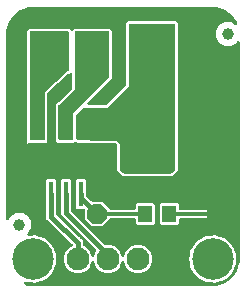
<source format=gbr>
G04 EAGLE Gerber RS-274X export*
G75*
%MOMM*%
%FSLAX34Y34*%
%LPD*%
%INTop Copper*%
%IPPOS*%
%AMOC8*
5,1,8,0,0,1.08239X$1,22.5*%
G01*
%ADD10R,4.900000X2.950000*%
%ADD11C,0.908000*%
%ADD12R,0.450000X2.150000*%
%ADD13R,1.500000X1.240000*%
%ADD14R,3.556000X1.400000*%
%ADD15C,0.304800*%
%ADD16P,1.814519X8X202.500000*%
%ADD17R,1.200000X1.400000*%
%ADD18C,2.184400*%
%ADD19C,1.000000*%
%ADD20C,3.516000*%
%ADD21C,1.930400*%
%ADD22C,0.906400*%
%ADD23C,0.406400*%
%ADD24C,1.006400*%
%ADD25C,1.270000*%

G36*
X177822Y2543D02*
X177822Y2543D01*
X177900Y2545D01*
X181277Y2810D01*
X181345Y2824D01*
X181414Y2829D01*
X181570Y2869D01*
X187994Y4956D01*
X188101Y5006D01*
X188212Y5050D01*
X188263Y5083D01*
X188282Y5091D01*
X188297Y5104D01*
X188348Y5136D01*
X193812Y9107D01*
X193899Y9188D01*
X193946Y9227D01*
X193952Y9231D01*
X193953Y9233D01*
X193991Y9264D01*
X194029Y9310D01*
X194044Y9324D01*
X194055Y9341D01*
X194093Y9387D01*
X195786Y11717D01*
X195799Y11741D01*
X195816Y11761D01*
X195875Y11879D01*
X195939Y11996D01*
X195946Y12022D01*
X195958Y12046D01*
X195985Y12174D01*
X195999Y12185D01*
X196023Y12196D01*
X196125Y12280D01*
X196231Y12361D01*
X196248Y12382D01*
X196268Y12399D01*
X196371Y12523D01*
X198064Y14852D01*
X198121Y14956D01*
X198185Y15056D01*
X198207Y15113D01*
X198217Y15131D01*
X198222Y15151D01*
X198244Y15206D01*
X200331Y21630D01*
X200344Y21698D01*
X200367Y21764D01*
X200390Y21923D01*
X200655Y25300D01*
X200655Y25304D01*
X200656Y25307D01*
X200655Y25326D01*
X200659Y25400D01*
X200659Y208758D01*
X200641Y208902D01*
X200626Y209048D01*
X200621Y209060D01*
X200619Y209074D01*
X200566Y209208D01*
X200515Y209346D01*
X200507Y209357D01*
X200502Y209369D01*
X200417Y209487D01*
X200334Y209607D01*
X200324Y209616D01*
X200316Y209627D01*
X200203Y209720D01*
X200093Y209815D01*
X200081Y209821D01*
X200071Y209829D01*
X199939Y209891D01*
X199808Y209956D01*
X199795Y209959D01*
X199783Y209965D01*
X199640Y209992D01*
X199497Y210023D01*
X199484Y210022D01*
X199471Y210025D01*
X199325Y210016D01*
X199180Y210010D01*
X199167Y210006D01*
X199153Y210005D01*
X199015Y209960D01*
X198875Y209918D01*
X198863Y209911D01*
X198851Y209907D01*
X198728Y209829D01*
X198603Y209754D01*
X198593Y209744D01*
X198582Y209737D01*
X198482Y209630D01*
X198380Y209527D01*
X198370Y209511D01*
X198364Y209505D01*
X198356Y209490D01*
X198291Y209393D01*
X197821Y208579D01*
X193180Y205899D01*
X187820Y205899D01*
X183179Y208579D01*
X180499Y213220D01*
X180499Y218580D01*
X183179Y223221D01*
X187820Y225901D01*
X193180Y225901D01*
X196627Y223910D01*
X196639Y223905D01*
X196650Y223897D01*
X196785Y223844D01*
X196920Y223787D01*
X196933Y223785D01*
X196946Y223780D01*
X197090Y223762D01*
X197235Y223741D01*
X197248Y223742D01*
X197261Y223740D01*
X197406Y223759D01*
X197551Y223774D01*
X197564Y223778D01*
X197577Y223780D01*
X197712Y223834D01*
X197849Y223885D01*
X197860Y223892D01*
X197872Y223897D01*
X197990Y223982D01*
X198111Y224066D01*
X198119Y224076D01*
X198130Y224084D01*
X198223Y224196D01*
X198318Y224307D01*
X198324Y224318D01*
X198333Y224329D01*
X198395Y224460D01*
X198460Y224591D01*
X198463Y224604D01*
X198468Y224616D01*
X198496Y224759D01*
X198526Y224902D01*
X198526Y224916D01*
X198528Y224928D01*
X198519Y225074D01*
X198513Y225220D01*
X198510Y225233D01*
X198509Y225246D01*
X198469Y225402D01*
X198244Y226094D01*
X198194Y226201D01*
X198150Y226312D01*
X198117Y226363D01*
X198109Y226382D01*
X198096Y226397D01*
X198064Y226448D01*
X194093Y231912D01*
X194012Y231999D01*
X193936Y232091D01*
X193890Y232129D01*
X193876Y232144D01*
X193858Y232155D01*
X193812Y232193D01*
X188348Y236164D01*
X188244Y236221D01*
X188144Y236285D01*
X188087Y236307D01*
X188069Y236317D01*
X188049Y236322D01*
X187994Y236344D01*
X181570Y238431D01*
X181502Y238444D01*
X181436Y238467D01*
X181277Y238490D01*
X177900Y238755D01*
X177878Y238754D01*
X177800Y238759D01*
X25400Y238759D01*
X25378Y238757D01*
X25300Y238755D01*
X21923Y238490D01*
X21855Y238476D01*
X21786Y238471D01*
X21630Y238431D01*
X15206Y236344D01*
X15099Y236294D01*
X14988Y236250D01*
X14937Y236217D01*
X14918Y236209D01*
X14903Y236196D01*
X14852Y236164D01*
X9388Y232193D01*
X9301Y232112D01*
X9209Y232036D01*
X9171Y231990D01*
X9156Y231976D01*
X9145Y231958D01*
X9107Y231912D01*
X5136Y226448D01*
X5079Y226344D01*
X5015Y226244D01*
X4993Y226187D01*
X4983Y226169D01*
X4978Y226149D01*
X4956Y226094D01*
X2869Y219670D01*
X2856Y219602D01*
X2833Y219536D01*
X2810Y219377D01*
X2545Y216000D01*
X2546Y215978D01*
X2541Y215900D01*
X2541Y59552D01*
X2559Y59408D01*
X2574Y59263D01*
X2579Y59250D01*
X2581Y59237D01*
X2634Y59101D01*
X2685Y58965D01*
X2693Y58954D01*
X2698Y58941D01*
X2783Y58823D01*
X2866Y58703D01*
X2876Y58695D01*
X2884Y58684D01*
X2997Y58591D01*
X3107Y58496D01*
X3119Y58489D01*
X3129Y58481D01*
X3261Y58419D01*
X3392Y58354D01*
X3405Y58351D01*
X3417Y58345D01*
X3559Y58318D01*
X3703Y58288D01*
X3716Y58288D01*
X3729Y58286D01*
X3874Y58295D01*
X4020Y58301D01*
X4033Y58304D01*
X4047Y58305D01*
X4185Y58350D01*
X4325Y58392D01*
X4337Y58399D01*
X4349Y58403D01*
X4472Y58481D01*
X4597Y58557D01*
X4607Y58566D01*
X4618Y58574D01*
X4718Y58680D01*
X4820Y58784D01*
X4830Y58799D01*
X4836Y58805D01*
X4844Y58820D01*
X4909Y58918D01*
X6649Y61931D01*
X11290Y64611D01*
X16650Y64611D01*
X21291Y61931D01*
X23971Y57290D01*
X23971Y51930D01*
X21264Y47242D01*
X21217Y47208D01*
X21208Y47197D01*
X21197Y47189D01*
X21107Y47075D01*
X21014Y46963D01*
X21008Y46950D01*
X21000Y46940D01*
X20940Y46806D01*
X20878Y46675D01*
X20876Y46662D01*
X20870Y46649D01*
X20846Y46504D01*
X20819Y46362D01*
X20820Y46349D01*
X20817Y46336D01*
X20829Y46190D01*
X20838Y46045D01*
X20843Y46032D01*
X20844Y46019D01*
X20892Y45881D01*
X20936Y45743D01*
X20944Y45731D01*
X20948Y45718D01*
X21028Y45597D01*
X21107Y45474D01*
X21117Y45465D01*
X21124Y45453D01*
X21232Y45356D01*
X21338Y45256D01*
X21350Y45249D01*
X21360Y45240D01*
X21490Y45173D01*
X21617Y45102D01*
X21630Y45099D01*
X21642Y45093D01*
X21784Y45059D01*
X21925Y45023D01*
X21943Y45022D01*
X21951Y45020D01*
X21968Y45020D01*
X22085Y45013D01*
X23543Y45013D01*
X23560Y45015D01*
X23676Y45020D01*
X27504Y45422D01*
X28573Y45075D01*
X28690Y45053D01*
X28805Y45023D01*
X28865Y45019D01*
X28885Y45015D01*
X28906Y45017D01*
X28965Y45013D01*
X29301Y45013D01*
X31209Y44223D01*
X31230Y44217D01*
X31303Y44188D01*
X35466Y42835D01*
X36078Y42285D01*
X36189Y42207D01*
X36297Y42126D01*
X36327Y42111D01*
X36339Y42103D01*
X36359Y42096D01*
X36441Y42055D01*
X36510Y42027D01*
X37805Y40732D01*
X37819Y40721D01*
X37853Y40686D01*
X41687Y37234D01*
X41900Y36756D01*
X41979Y36626D01*
X42250Y35971D01*
X42255Y35963D01*
X42263Y35941D01*
X45092Y29586D01*
X45092Y21214D01*
X42263Y14859D01*
X42260Y14849D01*
X42250Y14829D01*
X41994Y14211D01*
X41975Y14187D01*
X41970Y14179D01*
X41968Y14175D01*
X41963Y14164D01*
X41900Y14044D01*
X41687Y13566D01*
X37853Y10114D01*
X37841Y10100D01*
X37805Y10068D01*
X36510Y8773D01*
X36441Y8745D01*
X36324Y8678D01*
X36204Y8615D01*
X36177Y8594D01*
X36165Y8587D01*
X36149Y8572D01*
X36078Y8515D01*
X35466Y7965D01*
X31302Y6612D01*
X31283Y6603D01*
X31209Y6577D01*
X29301Y5787D01*
X28965Y5787D01*
X28847Y5772D01*
X28729Y5765D01*
X28670Y5750D01*
X28650Y5747D01*
X28631Y5740D01*
X28573Y5725D01*
X27504Y5378D01*
X23676Y5780D01*
X23658Y5780D01*
X23543Y5787D01*
X21499Y5787D01*
X20951Y6014D01*
X20853Y6041D01*
X20757Y6077D01*
X20665Y6092D01*
X20644Y6098D01*
X20631Y6098D01*
X20598Y6104D01*
X19416Y6228D01*
X19390Y6227D01*
X19364Y6232D01*
X19231Y6224D01*
X19098Y6221D01*
X19073Y6214D01*
X19046Y6212D01*
X18920Y6172D01*
X18792Y6136D01*
X18769Y6123D01*
X18744Y6114D01*
X18632Y6043D01*
X18517Y5977D01*
X18498Y5958D01*
X18475Y5944D01*
X18384Y5847D01*
X18289Y5754D01*
X18276Y5732D01*
X18257Y5712D01*
X18193Y5596D01*
X18125Y5483D01*
X18117Y5457D01*
X18104Y5434D01*
X18071Y5305D01*
X18032Y5178D01*
X18031Y5151D01*
X18025Y5126D01*
X18025Y4993D01*
X18019Y4860D01*
X18024Y4834D01*
X18024Y4808D01*
X18057Y4679D01*
X18085Y4549D01*
X18097Y4525D01*
X18103Y4500D01*
X18167Y4383D01*
X18226Y4264D01*
X18243Y4244D01*
X18256Y4221D01*
X18347Y4124D01*
X18433Y4023D01*
X18455Y4008D01*
X18474Y3989D01*
X18586Y3917D01*
X18694Y3842D01*
X18719Y3832D01*
X18742Y3818D01*
X18892Y3759D01*
X21630Y2869D01*
X21698Y2856D01*
X21764Y2833D01*
X21923Y2810D01*
X25300Y2545D01*
X25322Y2546D01*
X25400Y2541D01*
X177800Y2541D01*
X177822Y2543D01*
G37*
%LPC*%
G36*
X101502Y95757D02*
X101502Y95757D01*
X97027Y100232D01*
X97027Y121296D01*
X97015Y121394D01*
X97012Y121493D01*
X96995Y121552D01*
X96987Y121612D01*
X96951Y121704D01*
X96923Y121799D01*
X96893Y121851D01*
X96870Y121907D01*
X96812Y121987D01*
X96762Y122073D01*
X96696Y122148D01*
X96684Y122165D01*
X96674Y122173D01*
X96656Y122194D01*
X95524Y123326D01*
X95445Y123386D01*
X95373Y123454D01*
X95320Y123483D01*
X95272Y123520D01*
X95181Y123560D01*
X95095Y123608D01*
X95036Y123623D01*
X94981Y123647D01*
X94883Y123662D01*
X94787Y123687D01*
X94687Y123693D01*
X94666Y123697D01*
X94654Y123695D01*
X94626Y123697D01*
X63402Y123697D01*
X62492Y124607D01*
X62398Y124680D01*
X62309Y124758D01*
X62273Y124777D01*
X62241Y124802D01*
X62132Y124849D01*
X62026Y124903D01*
X61987Y124912D01*
X61949Y124928D01*
X61832Y124947D01*
X61716Y124973D01*
X61675Y124972D01*
X61635Y124978D01*
X61517Y124967D01*
X61398Y124963D01*
X61359Y124952D01*
X61319Y124948D01*
X61207Y124908D01*
X61092Y124875D01*
X61057Y124854D01*
X61019Y124840D01*
X60921Y124774D01*
X60818Y124713D01*
X60773Y124673D01*
X60756Y124662D01*
X60743Y124646D01*
X60697Y124607D01*
X59788Y123697D01*
X46892Y123697D01*
X44957Y125632D01*
X44957Y153172D01*
X44949Y153241D01*
X44950Y153310D01*
X44929Y153398D01*
X44917Y153488D01*
X44892Y153552D01*
X44888Y153568D01*
X44956Y154988D01*
X44955Y155005D01*
X44957Y155049D01*
X44957Y156401D01*
X45958Y157311D01*
X45969Y157324D01*
X46001Y157352D01*
X47011Y158362D01*
X47019Y158366D01*
X47104Y158400D01*
X47159Y158440D01*
X47220Y158472D01*
X47346Y158573D01*
X58512Y168723D01*
X58596Y168821D01*
X58684Y168915D01*
X58699Y168942D01*
X58718Y168965D01*
X58775Y169081D01*
X58838Y169194D01*
X58845Y169223D01*
X58859Y169251D01*
X58885Y169377D01*
X58917Y169502D01*
X58920Y169545D01*
X58923Y169562D01*
X58922Y169584D01*
X58927Y169663D01*
X58927Y182002D01*
X58910Y182140D01*
X58897Y182279D01*
X58890Y182298D01*
X58887Y182318D01*
X58836Y182447D01*
X58789Y182578D01*
X58778Y182595D01*
X58770Y182613D01*
X58689Y182726D01*
X58611Y182841D01*
X58595Y182854D01*
X58584Y182871D01*
X58476Y182960D01*
X58372Y183052D01*
X58354Y183061D01*
X58339Y183074D01*
X58213Y183133D01*
X58089Y183196D01*
X58069Y183201D01*
X58051Y183209D01*
X57914Y183235D01*
X57779Y183266D01*
X57758Y183265D01*
X57739Y183269D01*
X57600Y183260D01*
X57461Y183256D01*
X57441Y183250D01*
X57421Y183249D01*
X57289Y183206D01*
X57155Y183168D01*
X57138Y183157D01*
X57119Y183151D01*
X57001Y183077D01*
X56881Y183006D01*
X56860Y182988D01*
X56850Y182981D01*
X56836Y182966D01*
X56761Y182900D01*
X55906Y182045D01*
X55904Y182044D01*
X55812Y181998D01*
X55717Y181960D01*
X55671Y181927D01*
X55620Y181901D01*
X55492Y181803D01*
X38026Y166521D01*
X37933Y166415D01*
X37836Y166313D01*
X37827Y166296D01*
X37815Y166283D01*
X37750Y166157D01*
X37682Y166034D01*
X37678Y166016D01*
X37669Y166000D01*
X37638Y165862D01*
X37603Y165726D01*
X37601Y165701D01*
X37599Y165690D01*
X37599Y165670D01*
X37593Y165565D01*
X37593Y121822D01*
X35658Y119887D01*
X22762Y119887D01*
X20827Y121822D01*
X20827Y218538D01*
X22762Y220473D01*
X55978Y220473D01*
X57522Y218928D01*
X57617Y218855D01*
X57706Y218777D01*
X57742Y218758D01*
X57774Y218733D01*
X57883Y218686D01*
X57989Y218632D01*
X58028Y218623D01*
X58066Y218607D01*
X58183Y218588D01*
X58299Y218562D01*
X58340Y218563D01*
X58380Y218557D01*
X58498Y218568D01*
X58617Y218572D01*
X58656Y218583D01*
X58696Y218587D01*
X58809Y218627D01*
X58923Y218660D01*
X58957Y218681D01*
X58996Y218695D01*
X59094Y218761D01*
X59197Y218822D01*
X59242Y218862D01*
X59259Y218873D01*
X59272Y218888D01*
X59317Y218928D01*
X60862Y220473D01*
X90268Y220473D01*
X92203Y218538D01*
X92203Y180387D01*
X92204Y180379D01*
X92203Y180361D01*
X92231Y179000D01*
X91268Y178037D01*
X91263Y178031D01*
X91250Y178019D01*
X71889Y157851D01*
X71814Y157750D01*
X71733Y157653D01*
X71719Y157622D01*
X71699Y157596D01*
X71651Y157479D01*
X71598Y157365D01*
X71591Y157332D01*
X71579Y157301D01*
X71561Y157176D01*
X71538Y157052D01*
X71540Y157019D01*
X71535Y156986D01*
X71550Y156861D01*
X71558Y156735D01*
X71568Y156703D01*
X71572Y156670D01*
X71617Y156552D01*
X71656Y156433D01*
X71673Y156405D01*
X71685Y156373D01*
X71758Y156270D01*
X71826Y156164D01*
X71850Y156141D01*
X71869Y156114D01*
X71965Y156032D01*
X72057Y155946D01*
X72086Y155930D01*
X72112Y155908D01*
X72225Y155853D01*
X72336Y155792D01*
X72368Y155784D01*
X72398Y155770D01*
X72522Y155744D01*
X72644Y155713D01*
X72692Y155710D01*
X72710Y155706D01*
X72731Y155707D01*
X72804Y155703D01*
X87006Y155703D01*
X87104Y155715D01*
X87203Y155718D01*
X87262Y155735D01*
X87322Y155743D01*
X87414Y155779D01*
X87509Y155807D01*
X87561Y155837D01*
X87617Y155860D01*
X87697Y155918D01*
X87783Y155968D01*
X87858Y156034D01*
X87875Y156046D01*
X87883Y156056D01*
X87904Y156074D01*
X104276Y172446D01*
X104336Y172525D01*
X104404Y172597D01*
X104433Y172650D01*
X104470Y172698D01*
X104510Y172789D01*
X104558Y172875D01*
X104573Y172934D01*
X104597Y172989D01*
X104612Y173087D01*
X104637Y173183D01*
X104643Y173283D01*
X104647Y173304D01*
X104645Y173316D01*
X104647Y173344D01*
X104647Y224888D01*
X106582Y226823D01*
X146148Y226823D01*
X148083Y224888D01*
X148083Y100232D01*
X143608Y95757D01*
X101502Y95757D01*
G37*
%LPD*%
G36*
X142338Y97803D02*
X142338Y97803D01*
X142437Y97806D01*
X142495Y97823D01*
X142556Y97831D01*
X142648Y97867D01*
X142743Y97895D01*
X142795Y97925D01*
X142851Y97948D01*
X142931Y98006D01*
X143017Y98056D01*
X143092Y98122D01*
X143109Y98134D01*
X143116Y98144D01*
X143138Y98163D01*
X145678Y100703D01*
X145738Y100781D01*
X145806Y100853D01*
X145826Y100889D01*
X145850Y100918D01*
X145858Y100935D01*
X145872Y100954D01*
X145912Y101045D01*
X145960Y101131D01*
X145971Y101174D01*
X145985Y101206D01*
X145989Y101222D01*
X145999Y101246D01*
X146014Y101344D01*
X146039Y101439D01*
X146043Y101509D01*
X146045Y101518D01*
X146045Y101527D01*
X146045Y101539D01*
X146049Y101560D01*
X146047Y101572D01*
X146049Y101600D01*
X146049Y223520D01*
X146034Y223638D01*
X146027Y223757D01*
X146014Y223795D01*
X146009Y223836D01*
X145966Y223946D01*
X145929Y224059D01*
X145907Y224094D01*
X145892Y224131D01*
X145823Y224227D01*
X145759Y224328D01*
X145729Y224356D01*
X145706Y224389D01*
X145614Y224465D01*
X145527Y224546D01*
X145492Y224566D01*
X145461Y224591D01*
X145353Y224642D01*
X145249Y224700D01*
X145209Y224710D01*
X145173Y224727D01*
X145056Y224749D01*
X144941Y224779D01*
X144881Y224783D01*
X144861Y224787D01*
X144840Y224785D01*
X144780Y224789D01*
X107950Y224789D01*
X107832Y224774D01*
X107713Y224767D01*
X107675Y224754D01*
X107634Y224749D01*
X107524Y224706D01*
X107411Y224669D01*
X107376Y224647D01*
X107339Y224632D01*
X107243Y224563D01*
X107142Y224499D01*
X107114Y224469D01*
X107081Y224446D01*
X107006Y224354D01*
X106924Y224267D01*
X106904Y224232D01*
X106879Y224201D01*
X106828Y224093D01*
X106770Y223989D01*
X106760Y223949D01*
X106743Y223913D01*
X106721Y223796D01*
X106691Y223681D01*
X106687Y223621D01*
X106683Y223601D01*
X106685Y223580D01*
X106681Y223520D01*
X106681Y171976D01*
X88374Y153669D01*
X68415Y153669D01*
X68304Y153655D01*
X68193Y153650D01*
X68147Y153635D01*
X68100Y153629D01*
X67996Y153588D01*
X67889Y153555D01*
X67848Y153530D01*
X67804Y153512D01*
X67714Y153447D01*
X67618Y153388D01*
X67564Y153338D01*
X67547Y153326D01*
X67535Y153312D01*
X67500Y153279D01*
X62076Y147630D01*
X62025Y147561D01*
X61966Y147498D01*
X61930Y147433D01*
X61887Y147374D01*
X61854Y147295D01*
X61812Y147219D01*
X61794Y147148D01*
X61766Y147080D01*
X61754Y146995D01*
X61733Y146911D01*
X61724Y146776D01*
X61723Y146765D01*
X61723Y146760D01*
X61723Y146751D01*
X61723Y128778D01*
X61735Y128680D01*
X61738Y128581D01*
X61755Y128523D01*
X61763Y128462D01*
X61799Y128370D01*
X61827Y128275D01*
X61857Y128223D01*
X61880Y128167D01*
X61938Y128087D01*
X61988Y128001D01*
X62054Y127926D01*
X62066Y127909D01*
X62076Y127902D01*
X62094Y127881D01*
X63601Y126374D01*
X63679Y126314D01*
X63751Y126246D01*
X63804Y126217D01*
X63852Y126180D01*
X63943Y126140D01*
X64029Y126092D01*
X64088Y126077D01*
X64144Y126053D01*
X64242Y126038D01*
X64337Y126013D01*
X64437Y126007D01*
X64458Y126003D01*
X64470Y126005D01*
X64498Y126003D01*
X72544Y126003D01*
X72561Y125995D01*
X72659Y125980D01*
X72755Y125955D01*
X72855Y125949D01*
X72875Y125945D01*
X72888Y125947D01*
X72916Y125945D01*
X73696Y125945D01*
X73979Y125827D01*
X73988Y125825D01*
X73996Y125820D01*
X74141Y125783D01*
X74286Y125743D01*
X74295Y125743D01*
X74304Y125741D01*
X74465Y125731D01*
X95994Y125731D01*
X99061Y122664D01*
X99061Y101600D01*
X99073Y101502D01*
X99076Y101403D01*
X99084Y101377D01*
X99085Y101362D01*
X99095Y101330D01*
X99101Y101284D01*
X99137Y101192D01*
X99165Y101097D01*
X99177Y101076D01*
X99183Y101059D01*
X99202Y101029D01*
X99218Y100989D01*
X99276Y100909D01*
X99326Y100823D01*
X99347Y100800D01*
X99353Y100790D01*
X99367Y100777D01*
X99392Y100748D01*
X99404Y100731D01*
X99414Y100724D01*
X99433Y100703D01*
X101973Y98163D01*
X102051Y98102D01*
X102123Y98034D01*
X102176Y98005D01*
X102224Y97968D01*
X102315Y97928D01*
X102401Y97880D01*
X102460Y97865D01*
X102516Y97841D01*
X102614Y97826D01*
X102709Y97801D01*
X102809Y97795D01*
X102830Y97791D01*
X102842Y97793D01*
X102870Y97791D01*
X142240Y97791D01*
X142338Y97803D01*
G37*
%LPC*%
G36*
X61176Y13715D02*
X61176Y13715D01*
X56881Y15494D01*
X53594Y18781D01*
X51815Y23076D01*
X51815Y27724D01*
X53594Y32019D01*
X56881Y35306D01*
X58548Y35996D01*
X58607Y36030D01*
X58670Y36055D01*
X58744Y36108D01*
X58824Y36154D01*
X58873Y36201D01*
X58928Y36241D01*
X58987Y36311D01*
X59053Y36375D01*
X59088Y36433D01*
X59131Y36485D01*
X59171Y36568D01*
X59219Y36646D01*
X59239Y36711D01*
X59268Y36772D01*
X59285Y36862D01*
X59312Y36950D01*
X59316Y37018D01*
X59329Y37084D01*
X59323Y37176D01*
X59328Y37268D01*
X59314Y37334D01*
X59310Y37402D01*
X59282Y37490D01*
X59263Y37579D01*
X59234Y37640D01*
X59213Y37705D01*
X59164Y37783D01*
X59124Y37865D01*
X59080Y37917D01*
X59043Y37974D01*
X58934Y38092D01*
X39391Y56549D01*
X39325Y56597D01*
X39266Y56652D01*
X39198Y56690D01*
X39134Y56736D01*
X39103Y56749D01*
X37820Y58032D01*
X37811Y58039D01*
X37794Y58057D01*
X36575Y59208D01*
X36575Y60884D01*
X36574Y60895D01*
X36575Y60920D01*
X36523Y62732D01*
X36534Y62761D01*
X36545Y62842D01*
X36565Y62920D01*
X36575Y63072D01*
X36575Y63076D01*
X36575Y63078D01*
X36575Y63081D01*
X36575Y68134D01*
X36563Y68233D01*
X36560Y68332D01*
X36543Y68390D01*
X36535Y68450D01*
X36499Y68542D01*
X36471Y68637D01*
X36441Y68689D01*
X36418Y68746D01*
X36360Y68826D01*
X36357Y68831D01*
X36357Y92062D01*
X37548Y93253D01*
X43732Y93253D01*
X44923Y92062D01*
X44923Y68836D01*
X44919Y68828D01*
X44882Y68781D01*
X44842Y68690D01*
X44794Y68603D01*
X44779Y68544D01*
X44755Y68489D01*
X44740Y68391D01*
X44715Y68295D01*
X44709Y68195D01*
X44705Y68175D01*
X44707Y68163D01*
X44705Y68134D01*
X44705Y63259D01*
X44719Y63143D01*
X44726Y63026D01*
X44739Y62986D01*
X44745Y62944D01*
X44788Y62835D01*
X44823Y62723D01*
X44846Y62687D01*
X44862Y62648D01*
X44930Y62553D01*
X44993Y62454D01*
X45036Y62408D01*
X45048Y62391D01*
X45064Y62378D01*
X45102Y62336D01*
X64749Y43781D01*
X64815Y43733D01*
X64874Y43678D01*
X64942Y43640D01*
X65006Y43594D01*
X65037Y43581D01*
X66320Y42298D01*
X66329Y42291D01*
X66346Y42273D01*
X67565Y41122D01*
X67565Y39446D01*
X67566Y39435D01*
X67565Y39410D01*
X67617Y37598D01*
X67606Y37569D01*
X67595Y37488D01*
X67575Y37410D01*
X67565Y37258D01*
X67565Y37254D01*
X67565Y37252D01*
X67565Y37249D01*
X67565Y37212D01*
X67568Y37183D01*
X67566Y37153D01*
X67588Y37025D01*
X67605Y36896D01*
X67615Y36869D01*
X67620Y36840D01*
X67674Y36721D01*
X67722Y36601D01*
X67739Y36577D01*
X67751Y36550D01*
X67832Y36448D01*
X67908Y36343D01*
X67931Y36324D01*
X67950Y36301D01*
X68053Y36223D01*
X68153Y36141D01*
X68180Y36128D01*
X68204Y36110D01*
X68348Y36039D01*
X70119Y35306D01*
X73406Y32019D01*
X75027Y28104D01*
X75096Y27983D01*
X75161Y27861D01*
X75175Y27846D01*
X75185Y27828D01*
X75282Y27728D01*
X75375Y27625D01*
X75392Y27614D01*
X75406Y27599D01*
X75525Y27527D01*
X75641Y27450D01*
X75660Y27444D01*
X75677Y27433D01*
X75810Y27392D01*
X75942Y27347D01*
X75962Y27346D01*
X75981Y27340D01*
X76120Y27333D01*
X76259Y27322D01*
X76279Y27325D01*
X76299Y27325D01*
X76435Y27353D01*
X76572Y27376D01*
X76591Y27385D01*
X76610Y27389D01*
X76736Y27450D01*
X76862Y27507D01*
X76878Y27520D01*
X76896Y27529D01*
X77002Y27619D01*
X77110Y27706D01*
X77123Y27722D01*
X77138Y27735D01*
X77218Y27849D01*
X77302Y27960D01*
X77314Y27985D01*
X77321Y27995D01*
X77328Y28014D01*
X77373Y28104D01*
X79065Y32189D01*
X79072Y32217D01*
X79086Y32244D01*
X79114Y32371D01*
X79149Y32496D01*
X79149Y32525D01*
X79155Y32554D01*
X79152Y32684D01*
X79154Y32814D01*
X79147Y32842D01*
X79146Y32872D01*
X79110Y32997D01*
X79079Y33123D01*
X79066Y33149D01*
X79057Y33177D01*
X78991Y33289D01*
X78931Y33404D01*
X78911Y33426D01*
X78896Y33451D01*
X78789Y33572D01*
X49275Y63086D01*
X49275Y68134D01*
X49263Y68233D01*
X49260Y68332D01*
X49243Y68390D01*
X49235Y68450D01*
X49199Y68542D01*
X49171Y68637D01*
X49141Y68689D01*
X49118Y68746D01*
X49060Y68826D01*
X49057Y68831D01*
X49057Y92062D01*
X50248Y93253D01*
X56432Y93253D01*
X57623Y92062D01*
X57623Y68836D01*
X57619Y68828D01*
X57582Y68781D01*
X57542Y68690D01*
X57494Y68603D01*
X57479Y68544D01*
X57455Y68489D01*
X57440Y68391D01*
X57415Y68295D01*
X57409Y68195D01*
X57405Y68175D01*
X57407Y68163D01*
X57405Y68134D01*
X57405Y66979D01*
X57417Y66881D01*
X57420Y66782D01*
X57437Y66724D01*
X57445Y66664D01*
X57481Y66572D01*
X57509Y66477D01*
X57539Y66425D01*
X57562Y66368D01*
X57620Y66288D01*
X57670Y66203D01*
X57736Y66127D01*
X57748Y66111D01*
X57758Y66103D01*
X57776Y66082D01*
X86402Y37456D01*
X86480Y37396D01*
X86552Y37328D01*
X86605Y37299D01*
X86653Y37262D01*
X86744Y37222D01*
X86831Y37174D01*
X86889Y37159D01*
X86945Y37135D01*
X87043Y37120D01*
X87139Y37095D01*
X87239Y37089D01*
X87259Y37085D01*
X87271Y37087D01*
X87299Y37085D01*
X91224Y37085D01*
X95519Y35306D01*
X98806Y32019D01*
X100427Y28104D01*
X100496Y27983D01*
X100561Y27861D01*
X100575Y27846D01*
X100585Y27828D01*
X100682Y27728D01*
X100775Y27625D01*
X100792Y27614D01*
X100806Y27599D01*
X100925Y27527D01*
X101041Y27450D01*
X101060Y27444D01*
X101077Y27433D01*
X101210Y27392D01*
X101342Y27347D01*
X101362Y27346D01*
X101381Y27340D01*
X101520Y27333D01*
X101659Y27322D01*
X101679Y27325D01*
X101699Y27325D01*
X101835Y27353D01*
X101972Y27376D01*
X101991Y27385D01*
X102010Y27389D01*
X102136Y27450D01*
X102262Y27507D01*
X102278Y27520D01*
X102296Y27529D01*
X102402Y27619D01*
X102510Y27706D01*
X102523Y27722D01*
X102538Y27735D01*
X102618Y27849D01*
X102702Y27960D01*
X102714Y27985D01*
X102721Y27995D01*
X102728Y28014D01*
X102773Y28104D01*
X104394Y32019D01*
X107681Y35306D01*
X111976Y37085D01*
X116624Y37085D01*
X120919Y35306D01*
X124206Y32019D01*
X125985Y27724D01*
X125985Y23076D01*
X124206Y18781D01*
X120919Y15494D01*
X116624Y13715D01*
X111976Y13715D01*
X107681Y15494D01*
X104394Y18781D01*
X102773Y22696D01*
X102704Y22816D01*
X102639Y22939D01*
X102625Y22954D01*
X102615Y22972D01*
X102518Y23072D01*
X102425Y23175D01*
X102408Y23186D01*
X102394Y23200D01*
X102276Y23273D01*
X102159Y23350D01*
X102140Y23356D01*
X102123Y23367D01*
X101990Y23408D01*
X101858Y23453D01*
X101838Y23454D01*
X101819Y23460D01*
X101680Y23467D01*
X101541Y23478D01*
X101521Y23475D01*
X101501Y23475D01*
X101365Y23447D01*
X101228Y23424D01*
X101210Y23415D01*
X101190Y23411D01*
X101064Y23350D01*
X100938Y23293D01*
X100922Y23280D01*
X100904Y23271D01*
X100798Y23181D01*
X100690Y23094D01*
X100677Y23078D01*
X100662Y23065D01*
X100582Y22951D01*
X100498Y22840D01*
X100486Y22815D01*
X100479Y22805D01*
X100472Y22786D01*
X100427Y22696D01*
X98806Y18781D01*
X95519Y15494D01*
X91224Y13715D01*
X86576Y13715D01*
X82281Y15494D01*
X78994Y18781D01*
X77373Y22696D01*
X77304Y22816D01*
X77239Y22939D01*
X77225Y22954D01*
X77215Y22972D01*
X77118Y23072D01*
X77025Y23175D01*
X77008Y23186D01*
X76994Y23200D01*
X76876Y23273D01*
X76759Y23350D01*
X76740Y23356D01*
X76723Y23367D01*
X76590Y23408D01*
X76458Y23453D01*
X76438Y23454D01*
X76419Y23460D01*
X76280Y23467D01*
X76141Y23478D01*
X76121Y23475D01*
X76101Y23475D01*
X75965Y23447D01*
X75828Y23424D01*
X75810Y23415D01*
X75790Y23411D01*
X75664Y23350D01*
X75538Y23293D01*
X75522Y23280D01*
X75504Y23271D01*
X75398Y23181D01*
X75290Y23094D01*
X75277Y23078D01*
X75262Y23065D01*
X75182Y22951D01*
X75098Y22840D01*
X75086Y22815D01*
X75079Y22805D01*
X75072Y22786D01*
X75027Y22696D01*
X73406Y18781D01*
X70119Y15494D01*
X65824Y13715D01*
X61176Y13715D01*
G37*
%LPD*%
G36*
X58538Y126018D02*
X58538Y126018D01*
X58657Y126025D01*
X58695Y126038D01*
X58736Y126043D01*
X58846Y126086D01*
X58959Y126123D01*
X58994Y126145D01*
X59031Y126160D01*
X59127Y126229D01*
X59228Y126293D01*
X59256Y126323D01*
X59289Y126346D01*
X59365Y126438D01*
X59446Y126525D01*
X59466Y126560D01*
X59491Y126591D01*
X59542Y126699D01*
X59600Y126803D01*
X59610Y126843D01*
X59627Y126879D01*
X59649Y126996D01*
X59679Y127111D01*
X59683Y127171D01*
X59687Y127191D01*
X59685Y127212D01*
X59689Y127272D01*
X59689Y148079D01*
X89816Y179461D01*
X89867Y179530D01*
X89926Y179593D01*
X89962Y179657D01*
X90005Y179716D01*
X90038Y179796D01*
X90080Y179871D01*
X90098Y179943D01*
X90126Y180011D01*
X90138Y180096D01*
X90159Y180179D01*
X90168Y180315D01*
X90169Y180326D01*
X90169Y180330D01*
X90169Y180340D01*
X90169Y217170D01*
X90154Y217288D01*
X90147Y217407D01*
X90134Y217445D01*
X90129Y217486D01*
X90086Y217596D01*
X90049Y217709D01*
X90027Y217744D01*
X90012Y217781D01*
X89943Y217877D01*
X89879Y217978D01*
X89849Y218006D01*
X89826Y218039D01*
X89734Y218115D01*
X89647Y218196D01*
X89612Y218216D01*
X89581Y218241D01*
X89473Y218292D01*
X89369Y218350D01*
X89329Y218360D01*
X89293Y218377D01*
X89176Y218399D01*
X89061Y218429D01*
X89001Y218433D01*
X88981Y218437D01*
X88960Y218435D01*
X88900Y218439D01*
X62230Y218439D01*
X62112Y218424D01*
X61993Y218417D01*
X61955Y218404D01*
X61914Y218399D01*
X61804Y218356D01*
X61691Y218319D01*
X61656Y218297D01*
X61619Y218282D01*
X61523Y218213D01*
X61422Y218149D01*
X61394Y218119D01*
X61361Y218096D01*
X61286Y218004D01*
X61204Y217917D01*
X61184Y217882D01*
X61159Y217851D01*
X61108Y217743D01*
X61050Y217639D01*
X61040Y217599D01*
X61023Y217563D01*
X61001Y217446D01*
X60971Y217331D01*
X60967Y217271D01*
X60963Y217251D01*
X60965Y217230D01*
X60961Y217170D01*
X60961Y168201D01*
X47406Y155879D01*
X47323Y155781D01*
X47234Y155687D01*
X47219Y155661D01*
X47200Y155637D01*
X47143Y155522D01*
X47080Y155409D01*
X47073Y155379D01*
X47059Y155352D01*
X47033Y155226D01*
X47001Y155101D01*
X46998Y155057D01*
X46995Y155041D01*
X46996Y155019D01*
X46991Y154940D01*
X46991Y127272D01*
X47006Y127154D01*
X47013Y127035D01*
X47026Y126997D01*
X47031Y126956D01*
X47074Y126846D01*
X47111Y126733D01*
X47133Y126698D01*
X47148Y126661D01*
X47218Y126565D01*
X47281Y126464D01*
X47311Y126436D01*
X47334Y126403D01*
X47426Y126327D01*
X47513Y126246D01*
X47548Y126226D01*
X47579Y126201D01*
X47687Y126150D01*
X47791Y126092D01*
X47831Y126082D01*
X47867Y126065D01*
X47984Y126043D01*
X48099Y126013D01*
X48160Y126009D01*
X48180Y126005D01*
X48200Y126007D01*
X48260Y126003D01*
X58420Y126003D01*
X58538Y126018D01*
G37*
G36*
X34408Y126018D02*
X34408Y126018D01*
X34527Y126025D01*
X34565Y126038D01*
X34606Y126043D01*
X34716Y126086D01*
X34829Y126123D01*
X34864Y126145D01*
X34901Y126160D01*
X34997Y126229D01*
X35098Y126293D01*
X35126Y126323D01*
X35159Y126346D01*
X35235Y126438D01*
X35316Y126525D01*
X35336Y126560D01*
X35361Y126591D01*
X35412Y126699D01*
X35470Y126803D01*
X35480Y126843D01*
X35497Y126879D01*
X35519Y126996D01*
X35549Y127111D01*
X35553Y127171D01*
X35557Y127191D01*
X35555Y127212D01*
X35559Y127272D01*
X35559Y167064D01*
X55446Y184465D01*
X55539Y184570D01*
X55636Y184673D01*
X55645Y184689D01*
X55657Y184703D01*
X55722Y184828D01*
X55790Y184951D01*
X55794Y184969D01*
X55803Y184985D01*
X55834Y185123D01*
X55869Y185259D01*
X55871Y185285D01*
X55873Y185295D01*
X55873Y185315D01*
X55879Y185420D01*
X55879Y217170D01*
X55864Y217288D01*
X55857Y217407D01*
X55844Y217445D01*
X55839Y217486D01*
X55796Y217596D01*
X55759Y217709D01*
X55737Y217744D01*
X55722Y217781D01*
X55653Y217877D01*
X55589Y217978D01*
X55559Y218006D01*
X55536Y218039D01*
X55444Y218115D01*
X55357Y218196D01*
X55322Y218216D01*
X55291Y218241D01*
X55183Y218292D01*
X55079Y218350D01*
X55039Y218360D01*
X55003Y218377D01*
X54886Y218399D01*
X54771Y218429D01*
X54711Y218433D01*
X54691Y218437D01*
X54670Y218435D01*
X54610Y218439D01*
X24130Y218439D01*
X24012Y218424D01*
X23893Y218417D01*
X23855Y218404D01*
X23814Y218399D01*
X23704Y218356D01*
X23591Y218319D01*
X23556Y218297D01*
X23519Y218282D01*
X23423Y218213D01*
X23322Y218149D01*
X23294Y218119D01*
X23261Y218096D01*
X23186Y218004D01*
X23104Y217917D01*
X23084Y217882D01*
X23059Y217851D01*
X23008Y217743D01*
X22950Y217639D01*
X22940Y217599D01*
X22923Y217563D01*
X22901Y217446D01*
X22871Y217331D01*
X22867Y217271D01*
X22863Y217251D01*
X22865Y217230D01*
X22861Y217170D01*
X22861Y127272D01*
X22876Y127154D01*
X22883Y127035D01*
X22896Y126997D01*
X22901Y126956D01*
X22944Y126846D01*
X22981Y126733D01*
X23003Y126698D01*
X23018Y126661D01*
X23087Y126565D01*
X23151Y126464D01*
X23181Y126436D01*
X23204Y126403D01*
X23296Y126327D01*
X23383Y126246D01*
X23418Y126226D01*
X23449Y126201D01*
X23557Y126150D01*
X23661Y126092D01*
X23701Y126082D01*
X23737Y126065D01*
X23854Y126043D01*
X23969Y126013D01*
X24029Y126009D01*
X24049Y126005D01*
X24070Y126007D01*
X24130Y126003D01*
X34290Y126003D01*
X34408Y126018D01*
G37*
%LPC*%
G36*
X176076Y5780D02*
X176076Y5780D01*
X176058Y5780D01*
X175943Y5787D01*
X173899Y5787D01*
X173351Y6014D01*
X173253Y6041D01*
X173157Y6077D01*
X173065Y6092D01*
X173044Y6098D01*
X173030Y6098D01*
X172998Y6104D01*
X171579Y6253D01*
X168615Y7964D01*
X168613Y7965D01*
X168610Y7967D01*
X168466Y8038D01*
X166690Y8773D01*
X166093Y9370D01*
X166026Y9422D01*
X165965Y9483D01*
X165851Y9558D01*
X165842Y9565D01*
X165838Y9567D01*
X165831Y9572D01*
X164329Y10439D01*
X162539Y12903D01*
X162526Y12917D01*
X162516Y12933D01*
X162409Y13054D01*
X161173Y14290D01*
X160757Y15296D01*
X160722Y15356D01*
X160697Y15420D01*
X160611Y15556D01*
X159408Y17211D01*
X158847Y19849D01*
X158836Y19883D01*
X158831Y19919D01*
X158779Y20071D01*
X158187Y21499D01*
X158187Y22822D01*
X158181Y22874D01*
X158183Y22926D01*
X158160Y23086D01*
X157668Y25400D01*
X158160Y27714D01*
X158164Y27767D01*
X158177Y27817D01*
X158187Y27978D01*
X158187Y29301D01*
X158779Y30729D01*
X158788Y30763D01*
X158804Y30795D01*
X158847Y30951D01*
X159408Y33589D01*
X160611Y35244D01*
X160644Y35305D01*
X160686Y35360D01*
X160757Y35504D01*
X161173Y36510D01*
X162409Y37746D01*
X162421Y37761D01*
X162436Y37773D01*
X162539Y37897D01*
X164329Y40361D01*
X165831Y41228D01*
X165899Y41280D01*
X165973Y41324D01*
X166075Y41414D01*
X166084Y41421D01*
X166087Y41424D01*
X166093Y41430D01*
X166690Y42027D01*
X168466Y42762D01*
X168468Y42764D01*
X168471Y42764D01*
X168615Y42836D01*
X171579Y44547D01*
X172998Y44696D01*
X173097Y44720D01*
X173199Y44734D01*
X173287Y44764D01*
X173308Y44769D01*
X173320Y44775D01*
X173351Y44786D01*
X173899Y45013D01*
X175943Y45013D01*
X175960Y45015D01*
X176076Y45020D01*
X179904Y45422D01*
X180973Y45075D01*
X181090Y45053D01*
X181205Y45023D01*
X181265Y45019D01*
X181285Y45015D01*
X181306Y45017D01*
X181365Y45013D01*
X181701Y45013D01*
X183609Y44223D01*
X183630Y44217D01*
X183703Y44188D01*
X187866Y42835D01*
X188478Y42285D01*
X188589Y42207D01*
X188697Y42126D01*
X188727Y42111D01*
X188739Y42103D01*
X188759Y42096D01*
X188841Y42055D01*
X188910Y42027D01*
X190205Y40732D01*
X190219Y40721D01*
X190253Y40686D01*
X194087Y37233D01*
X194300Y36756D01*
X194378Y36627D01*
X194379Y36626D01*
X194650Y35971D01*
X194655Y35963D01*
X194663Y35941D01*
X197492Y29586D01*
X197492Y21214D01*
X194663Y14859D01*
X194660Y14849D01*
X194650Y14829D01*
X194394Y14211D01*
X194375Y14187D01*
X194370Y14178D01*
X194367Y14174D01*
X194363Y14164D01*
X194300Y14045D01*
X194185Y13785D01*
X194177Y13759D01*
X194164Y13736D01*
X194131Y13608D01*
X194114Y13552D01*
X194080Y13536D01*
X194060Y13519D01*
X194036Y13507D01*
X193910Y13407D01*
X190253Y10114D01*
X190241Y10100D01*
X190205Y10068D01*
X188910Y8773D01*
X188841Y8745D01*
X188724Y8678D01*
X188604Y8615D01*
X188577Y8594D01*
X188565Y8587D01*
X188549Y8572D01*
X188478Y8515D01*
X187866Y7965D01*
X183702Y6612D01*
X183683Y6603D01*
X183609Y6577D01*
X181701Y5787D01*
X181365Y5787D01*
X181247Y5772D01*
X181129Y5765D01*
X181070Y5750D01*
X181050Y5747D01*
X181031Y5740D01*
X180973Y5725D01*
X179904Y5378D01*
X176076Y5780D01*
G37*
%LPD*%
%LPC*%
G36*
X75696Y53085D02*
X75696Y53085D01*
X69595Y59186D01*
X69595Y66418D01*
X69580Y66536D01*
X69573Y66655D01*
X69560Y66693D01*
X69555Y66734D01*
X69512Y66844D01*
X69475Y66957D01*
X69453Y66992D01*
X69438Y67029D01*
X69369Y67125D01*
X69305Y67226D01*
X69275Y67254D01*
X69252Y67287D01*
X69160Y67363D01*
X69073Y67444D01*
X69038Y67464D01*
X69007Y67489D01*
X68899Y67540D01*
X68795Y67598D01*
X68755Y67608D01*
X68719Y67625D01*
X68602Y67647D01*
X68487Y67677D01*
X68427Y67681D01*
X68407Y67685D01*
X68386Y67683D01*
X68326Y67687D01*
X62948Y67687D01*
X61757Y68878D01*
X61757Y92062D01*
X62948Y93253D01*
X69132Y93253D01*
X70323Y92062D01*
X70323Y79461D01*
X70335Y79363D01*
X70338Y79264D01*
X70355Y79206D01*
X70363Y79146D01*
X70399Y79054D01*
X70427Y78959D01*
X70457Y78906D01*
X70480Y78850D01*
X70538Y78770D01*
X70588Y78685D01*
X70654Y78609D01*
X70666Y78593D01*
X70676Y78585D01*
X70694Y78564D01*
X74972Y74286D01*
X75050Y74226D01*
X75122Y74158D01*
X75175Y74129D01*
X75223Y74092D01*
X75314Y74052D01*
X75401Y74004D01*
X75459Y73989D01*
X75515Y73965D01*
X75613Y73950D01*
X75709Y73925D01*
X75809Y73919D01*
X75829Y73915D01*
X75841Y73917D01*
X75869Y73915D01*
X84324Y73915D01*
X90706Y67533D01*
X90715Y67518D01*
X90745Y67490D01*
X90768Y67457D01*
X90860Y67381D01*
X90947Y67300D01*
X90982Y67280D01*
X91013Y67255D01*
X91121Y67204D01*
X91225Y67146D01*
X91265Y67136D01*
X91301Y67119D01*
X91418Y67097D01*
X91533Y67067D01*
X91593Y67063D01*
X91613Y67059D01*
X91634Y67061D01*
X91694Y67057D01*
X111254Y67057D01*
X111372Y67072D01*
X111491Y67079D01*
X111529Y67092D01*
X111570Y67097D01*
X111680Y67140D01*
X111793Y67177D01*
X111828Y67199D01*
X111865Y67214D01*
X111961Y67283D01*
X112062Y67347D01*
X112090Y67377D01*
X112123Y67400D01*
X112199Y67492D01*
X112280Y67579D01*
X112300Y67614D01*
X112325Y67645D01*
X112376Y67753D01*
X112434Y67857D01*
X112444Y67897D01*
X112461Y67933D01*
X112483Y68050D01*
X112513Y68165D01*
X112517Y68225D01*
X112521Y68245D01*
X112519Y68266D01*
X112523Y68326D01*
X112523Y71342D01*
X113714Y72533D01*
X127398Y72533D01*
X128589Y71342D01*
X128589Y55658D01*
X127398Y54467D01*
X113714Y54467D01*
X112523Y55658D01*
X112523Y58674D01*
X112508Y58792D01*
X112501Y58911D01*
X112488Y58949D01*
X112483Y58990D01*
X112440Y59100D01*
X112403Y59213D01*
X112381Y59248D01*
X112366Y59285D01*
X112297Y59381D01*
X112233Y59482D01*
X112203Y59510D01*
X112180Y59543D01*
X112088Y59619D01*
X112001Y59700D01*
X111966Y59720D01*
X111935Y59745D01*
X111827Y59796D01*
X111723Y59854D01*
X111683Y59864D01*
X111647Y59881D01*
X111530Y59903D01*
X111415Y59933D01*
X111355Y59937D01*
X111335Y59941D01*
X111314Y59939D01*
X111254Y59943D01*
X91694Y59943D01*
X91576Y59928D01*
X91457Y59921D01*
X91419Y59908D01*
X91378Y59903D01*
X91268Y59860D01*
X91155Y59823D01*
X91120Y59801D01*
X91083Y59786D01*
X90987Y59717D01*
X90886Y59653D01*
X90858Y59623D01*
X90825Y59600D01*
X90764Y59525D01*
X84324Y53085D01*
X75696Y53085D01*
G37*
%LPD*%
%LPC*%
G36*
X134222Y54467D02*
X134222Y54467D01*
X133031Y55658D01*
X133031Y71342D01*
X134222Y72533D01*
X147906Y72533D01*
X149097Y71342D01*
X149097Y68326D01*
X149112Y68208D01*
X149119Y68089D01*
X149132Y68051D01*
X149137Y68010D01*
X149180Y67900D01*
X149217Y67787D01*
X149239Y67752D01*
X149254Y67715D01*
X149323Y67619D01*
X149387Y67518D01*
X149417Y67490D01*
X149440Y67457D01*
X149532Y67381D01*
X149619Y67300D01*
X149654Y67280D01*
X149685Y67255D01*
X149793Y67204D01*
X149897Y67146D01*
X149937Y67136D01*
X149973Y67119D01*
X150090Y67097D01*
X150205Y67067D01*
X150265Y67063D01*
X150285Y67059D01*
X150306Y67061D01*
X150366Y67057D01*
X177283Y67057D01*
X179367Y64973D01*
X179367Y62027D01*
X177283Y59943D01*
X150366Y59943D01*
X150248Y59928D01*
X150129Y59921D01*
X150091Y59908D01*
X150050Y59903D01*
X149940Y59860D01*
X149827Y59823D01*
X149792Y59801D01*
X149755Y59786D01*
X149659Y59717D01*
X149558Y59653D01*
X149530Y59623D01*
X149497Y59600D01*
X149421Y59508D01*
X149340Y59421D01*
X149320Y59386D01*
X149295Y59355D01*
X149244Y59247D01*
X149186Y59143D01*
X149176Y59103D01*
X149159Y59067D01*
X149137Y58950D01*
X149107Y58835D01*
X149103Y58775D01*
X149099Y58755D01*
X149101Y58734D01*
X149097Y58674D01*
X149097Y55658D01*
X147906Y54467D01*
X134222Y54467D01*
G37*
%LPD*%
D10*
X46990Y109220D03*
D11*
X36990Y116720D03*
X36990Y101720D03*
X56990Y101720D03*
X56990Y116720D03*
D12*
X66040Y137970D03*
X27940Y80470D03*
X40640Y80470D03*
X53340Y80470D03*
X66040Y80470D03*
X53340Y137970D03*
X40640Y137970D03*
X27940Y137970D03*
D13*
X87630Y133960D03*
X87630Y114960D03*
D14*
X171320Y111760D03*
X118240Y111760D03*
D15*
X141810Y63500D02*
X175810Y63500D01*
X120810Y63500D02*
X79810Y63500D01*
D16*
X181610Y63500D03*
X80010Y63500D03*
D17*
X141064Y63500D03*
X120556Y63500D03*
D18*
X40420Y203200D03*
X75420Y203200D03*
X126780Y203200D03*
X161780Y203200D03*
D19*
X190500Y215900D03*
X13970Y54610D03*
D20*
X25400Y25400D03*
X177800Y25400D03*
D21*
X139700Y25400D03*
X114300Y25400D03*
X88900Y25400D03*
X63500Y25400D03*
D22*
X67310Y107950D03*
X22860Y97790D03*
X26670Y109220D03*
X22860Y119380D03*
X71120Y97790D03*
X72390Y119380D03*
X29210Y60960D03*
X7620Y93980D03*
X39370Y49530D03*
X44450Y163830D03*
X161290Y179070D03*
X189230Y133350D03*
X163830Y132080D03*
X168910Y90170D03*
X153670Y43180D03*
X132080Y88900D03*
X53340Y172720D03*
D23*
X66040Y80470D02*
X66040Y77470D01*
X80010Y63500D01*
X63500Y39370D02*
X63500Y25400D01*
X63500Y39370D02*
X40640Y60960D01*
X40640Y80470D01*
X88900Y29210D02*
X88900Y25400D01*
X88900Y29210D02*
X53340Y64770D01*
X53340Y80470D01*
D24*
X128270Y129540D03*
D25*
X128270Y128270D01*
X127000Y129540D01*
M02*

</source>
